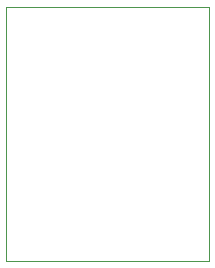
<source format=gbr>
%TF.GenerationSoftware,Altium Limited,Altium Designer,21.0.9 (235)*%
G04 Layer_Color=32896*
%FSLAX45Y45*%
%MOMM*%
%TF.SameCoordinates,CD0AAE9F-0E9C-42BF-811C-419C72380B22*%
%TF.FilePolarity,Positive*%
%TF.FileFunction,Other,Mechanical_20*%
%TF.Part,Single*%
G01*
G75*
%TA.AperFunction,NonConductor*%
%ADD51C,0.10000*%
D51*
X3569073Y1278575D02*
X5293073D01*
Y3428573D01*
X3569073D02*
X5293073D01*
X3569073Y1278575D02*
Y3428573D01*
%TF.MD5,25bb7522f9ef0d5568d131ed5971e63f*%
M02*

</source>
